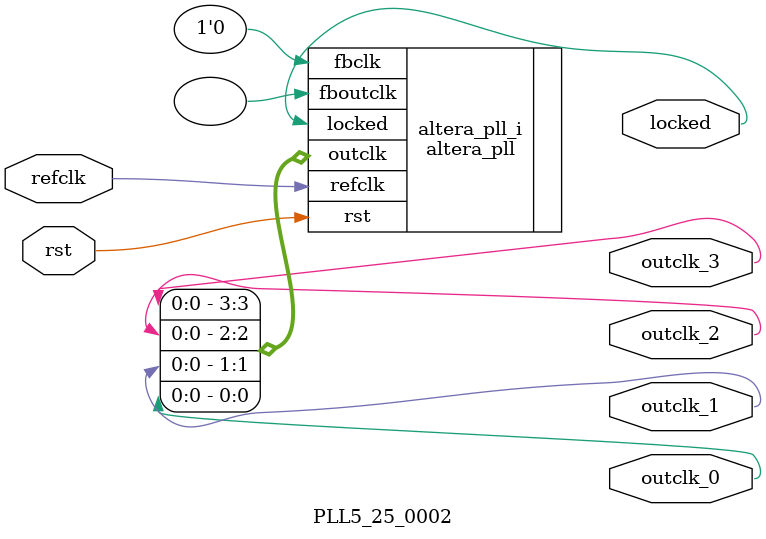
<source format=v>
`timescale 1ns/10ps
module  PLL5_25_0002(

	// interface 'refclk'
	input wire refclk,

	// interface 'reset'
	input wire rst,

	// interface 'outclk0'
	output wire outclk_0,

	// interface 'outclk1'
	output wire outclk_1,

	// interface 'outclk2'
	output wire outclk_2,

	// interface 'outclk3'
	output wire outclk_3,

	// interface 'locked'
	output wire locked
);

	altera_pll #(
		.fractional_vco_multiplier("false"),
		.reference_clock_frequency("50.0 MHz"),
		.operation_mode("direct"),
		.number_of_clocks(4),
		.output_clock_frequency0("50.000000 MHz"),
		.phase_shift0("0 ps"),
		.duty_cycle0(50),
		.output_clock_frequency1("25.000000 MHz"),
		.phase_shift1("0 ps"),
		.duty_cycle1(50),
		.output_clock_frequency2("65.000000 MHz"),
		.phase_shift2("0 ps"),
		.duty_cycle2(50),
		.output_clock_frequency3("65.000000 MHz"),
		.phase_shift3("7692 ps"),
		.duty_cycle3(50),
		.output_clock_frequency4("0 MHz"),
		.phase_shift4("0 ps"),
		.duty_cycle4(50),
		.output_clock_frequency5("0 MHz"),
		.phase_shift5("0 ps"),
		.duty_cycle5(50),
		.output_clock_frequency6("0 MHz"),
		.phase_shift6("0 ps"),
		.duty_cycle6(50),
		.output_clock_frequency7("0 MHz"),
		.phase_shift7("0 ps"),
		.duty_cycle7(50),
		.output_clock_frequency8("0 MHz"),
		.phase_shift8("0 ps"),
		.duty_cycle8(50),
		.output_clock_frequency9("0 MHz"),
		.phase_shift9("0 ps"),
		.duty_cycle9(50),
		.output_clock_frequency10("0 MHz"),
		.phase_shift10("0 ps"),
		.duty_cycle10(50),
		.output_clock_frequency11("0 MHz"),
		.phase_shift11("0 ps"),
		.duty_cycle11(50),
		.output_clock_frequency12("0 MHz"),
		.phase_shift12("0 ps"),
		.duty_cycle12(50),
		.output_clock_frequency13("0 MHz"),
		.phase_shift13("0 ps"),
		.duty_cycle13(50),
		.output_clock_frequency14("0 MHz"),
		.phase_shift14("0 ps"),
		.duty_cycle14(50),
		.output_clock_frequency15("0 MHz"),
		.phase_shift15("0 ps"),
		.duty_cycle15(50),
		.output_clock_frequency16("0 MHz"),
		.phase_shift16("0 ps"),
		.duty_cycle16(50),
		.output_clock_frequency17("0 MHz"),
		.phase_shift17("0 ps"),
		.duty_cycle17(50),
		.pll_type("General"),
		.pll_subtype("General")
	) altera_pll_i (
		.rst	(rst),
		.outclk	({outclk_3, outclk_2, outclk_1, outclk_0}),
		.locked	(locked),
		.fboutclk	( ),
		.fbclk	(1'b0),
		.refclk	(refclk)
	);
endmodule


</source>
